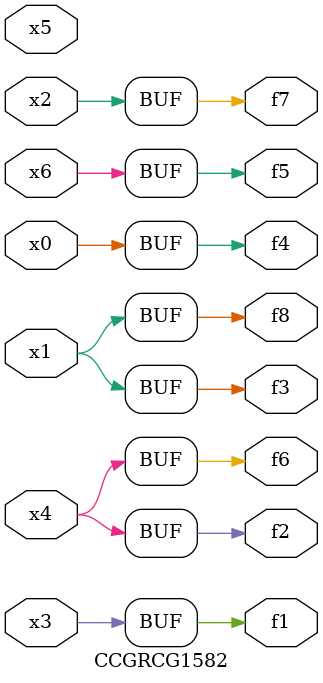
<source format=v>
module CCGRCG1582(
	input x0, x1, x2, x3, x4, x5, x6,
	output f1, f2, f3, f4, f5, f6, f7, f8
);
	assign f1 = x3;
	assign f2 = x4;
	assign f3 = x1;
	assign f4 = x0;
	assign f5 = x6;
	assign f6 = x4;
	assign f7 = x2;
	assign f8 = x1;
endmodule

</source>
